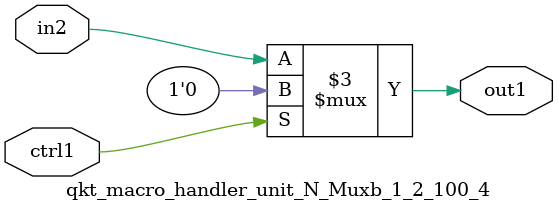
<source format=v>

`timescale 1ps / 1ps


module qkt_macro_handler_unit_N_Muxb_1_2_100_4( in2, ctrl1, out1 );

    input in2;
    input ctrl1;
    output out1;
    reg out1;

    
    // rtl_process:qkt_macro_handler_unit_N_Muxb_1_2_100_4/qkt_macro_handler_unit_N_Muxb_1_2_100_4_thread_1
    always @*
      begin : qkt_macro_handler_unit_N_Muxb_1_2_100_4_thread_1
        case (ctrl1) 
          1'b1: 
            begin
              out1 = 1'b0;
            end
          default: 
            begin
              out1 = in2;
            end
        endcase
      end

endmodule





</source>
